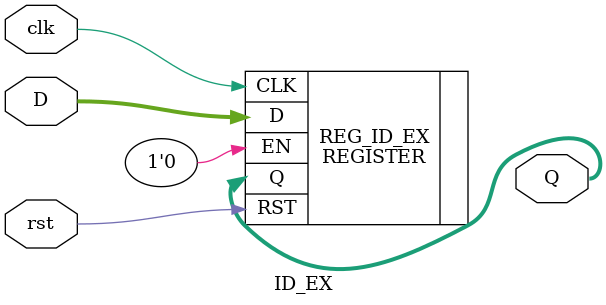
<source format=v>
module ID_EX
#(
    parameter  W = 153
)
(
    input           clk     ,
    input           rst     ,
    input   [W-1:0] D       ,
    output  [W-1:0] Q
);

    REGISTER #(W) REG_ID_EX
    (
        .CLK(clk)   ,
        .RST(rst)   ,
        .EN(1'b0)   ,
        .D(D)       ,
        .Q(Q)
    );
    
endmodule


</source>
